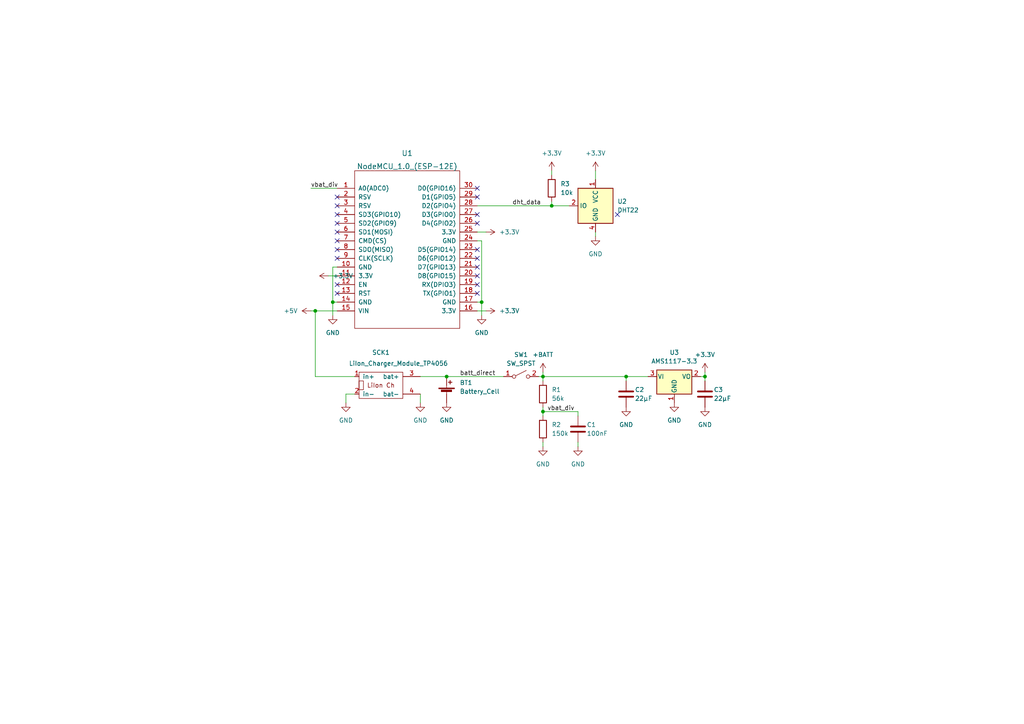
<source format=kicad_sch>
(kicad_sch (version 20211123) (generator eeschema)
  (paper "A4")
  (lib_symbols
    (symbol "Device:Battery_Cell" (pin_numbers hide) (pin_names (offset 0) hide)
      (property "Reference" "BT" (at 2.54 2.54 0))
      (property "Value" "Battery_Cell" (at 2.54 0 0))
      (symbol "Battery_Cell_0_1"
        (rectangle (start -2.286 1.778) (end 2.286 1.524) (fill (type outline)))
        (rectangle (start -1.5748 1.1938) (end 1.4732 0.6858) (fill (type outline)))
        (polyline (pts (xy 0 0.762) (xy 0 0)))
        (polyline (pts (xy 0 1.778) (xy 0 2.54)))
        (polyline (pts (xy 0.508 3.429) (xy 1.524 3.429)) (stroke (width 0.254)))
        (polyline (pts (xy 1.016 3.937) (xy 1.016 2.921)) (stroke (width 0.254)))
      )
      (symbol "Battery_Cell_1_1"
        (pin passive line (at 0 5.08 270) (length 2.54) (name "+") (number "1"))
        (pin passive line (at 0 -2.54 90) (length 2.54) (name "-") (number "2"))
      )
    )
    (symbol "Device:C" (pin_numbers hide) (pin_names (offset 0.254))
      (property "Reference" "C" (at 0.635 2.54 0))
      (property "Value" "C" (at 0.635 -2.54 0))
      (symbol "C_0_1"
        (polyline (pts (xy -2.032 -0.762) (xy 2.032 -0.762)) (stroke (width 0.508)))
        (polyline (pts (xy -2.032 0.762) (xy 2.032 0.762)) (stroke (width 0.508)))
      )
      (symbol "C_1_1"
        (pin passive line (at 0 3.81 270) (length 2.794) (name "~") (number "1"))
        (pin passive line (at 0 -3.81 90) (length 2.794) (name "~") (number "2"))
      )
    )
    (symbol "Device:R" (pin_numbers hide) (pin_names (offset 0))
      (property "Reference" "R" (at 2.032 0 90))
      (property "Value" "R" (at 0 0 90))
      (symbol "R_0_1"
        (rectangle (start -1.016 -2.54) (end 1.016 2.54) (stroke (width 0.254)))
      )
      (symbol "R_1_1"
        (pin passive line (at 0 3.81 270) (length 1.27) (name "~") (number "1"))
        (pin passive line (at 0 -3.81 90) (length 1.27) (name "~") (number "2"))
      )
    )
    (symbol "ESP8266:NodeMCU_1.0_(ESP-12E)" (pin_names (offset 1.016))
      (property "Reference" "U" (at 0 21.59 0))
      (property "Value" "NodeMCU_1.0_(ESP-12E)" (at 0 -21.59 0))
      (symbol "NodeMCU_1.0_(ESP-12E)_0_1"
        (rectangle (start -15.24 -22.86) (end 15.24 22.86))
      )
      (symbol "NodeMCU_1.0_(ESP-12E)_1_1"
        (pin input line (at -20.32 17.78 0) (length 5.08) (name "A0(ADC0)") (number "1"))
        (pin input line (at -20.32 -5.08 0) (length 5.08) (name "GND") (number "10"))
        (pin power_out line (at -20.32 -7.62 0) (length 5.08) (name "3.3V") (number "11"))
        (pin input line (at -20.32 -10.16 0) (length 5.08) (name "EN") (number "12"))
        (pin input line (at -20.32 -12.7 0) (length 5.08) (name "RST") (number "13"))
        (pin power_in line (at -20.32 -15.24 0) (length 5.08) (name "GND") (number "14"))
        (pin power_in line (at -20.32 -17.78 0) (length 5.08) (name "VIN") (number "15"))
        (pin power_out line (at 20.32 -17.78 180) (length 5.08) (name "3.3V") (number "16"))
        (pin power_in line (at 20.32 -15.24 180) (length 5.08) (name "GND") (number "17"))
        (pin bidirectional line (at 20.32 -12.7 180) (length 5.08) (name "TX(GPIO1)") (number "18"))
        (pin bidirectional line (at 20.32 -10.16 180) (length 5.08) (name "RX(DPIO3)") (number "19"))
        (pin input line (at -20.32 15.24 0) (length 5.08) (name "RSV") (number "2"))
        (pin bidirectional line (at 20.32 -7.62 180) (length 5.08) (name "D8(GPIO15)") (number "20"))
        (pin bidirectional line (at 20.32 -5.08 180) (length 5.08) (name "D7(GPIO13)") (number "21"))
        (pin bidirectional line (at 20.32 -2.54 180) (length 5.08) (name "D6(GPIO12)") (number "22"))
        (pin bidirectional line (at 20.32 0 180) (length 5.08) (name "D5(GPIO14)") (number "23"))
        (pin power_in line (at 20.32 2.54 180) (length 5.08) (name "GND") (number "24"))
        (pin power_out line (at 20.32 5.08 180) (length 5.08) (name "3.3V") (number "25"))
        (pin bidirectional line (at 20.32 7.62 180) (length 5.08) (name "D4(GPIO2)") (number "26"))
        (pin bidirectional line (at 20.32 10.16 180) (length 5.08) (name "D3(GPIO0)") (number "27"))
        (pin bidirectional line (at 20.32 12.7 180) (length 5.08) (name "D2(GPIO4)") (number "28"))
        (pin bidirectional line (at 20.32 15.24 180) (length 5.08) (name "D1(GPIO5)") (number "29"))
        (pin input line (at -20.32 12.7 0) (length 5.08) (name "RSV") (number "3"))
        (pin bidirectional line (at 20.32 17.78 180) (length 5.08) (name "D0(GPIO16)") (number "30"))
        (pin bidirectional line (at -20.32 10.16 0) (length 5.08) (name "SD3(GPIO10)") (number "4"))
        (pin bidirectional line (at -20.32 7.62 0) (length 5.08) (name "SD2(GPIO9)") (number "5"))
        (pin bidirectional line (at -20.32 5.08 0) (length 5.08) (name "SD1(MOSI)") (number "6"))
        (pin bidirectional line (at -20.32 2.54 0) (length 5.08) (name "CMD(CS)") (number "7"))
        (pin bidirectional line (at -20.32 0 0) (length 5.08) (name "SDO(MISO)") (number "8"))
        (pin bidirectional line (at -20.32 -2.54 0) (length 5.08) (name "CLK(SCLK)") (number "9"))
      )
    )
    (symbol "GND_1" (power) (pin_numbers hide) (pin_names (offset 0) hide)
      (property "Value" "GND_1" (at 0 -3.81 0))
      (symbol "GND_1_0_1"
        (polyline (pts (xy 0 0) (xy 0 -1.27) (xy 1.27 -1.27) (xy 0 -2.54) (xy -1.27 -1.27) (xy 0 -1.27)))
      )
      (symbol "GND_1_1_1"
        (pin power_in line (at 0 0 270) (length 0) hide (name "GND") (number "1"))
      )
    )
    (symbol "Regulator_Linear:AMS1117-3.3" (pin_names (offset 0.254))
      (property "Reference" "U" (at -3.81 3.175 0))
      (property "Value" "AMS1117-3.3" (at 0 3.175 0))
      (symbol "AMS1117-3.3_0_1"
        (rectangle (start -5.08 -5.08) (end 5.08 1.905) (stroke (width 0.254)) (fill (type background)))
      )
      (symbol "AMS1117-3.3_1_1"
        (pin power_in line (at 0 -7.62 90) (length 2.54) (name "GND") (number "1"))
        (pin power_out line (at 7.62 0 180) (length 2.54) (name "VO") (number "2"))
        (pin power_in line (at -7.62 0 0) (length 2.54) (name "VI") (number "3"))
      )
    )
    (symbol "Sensor:DHT11"
      (property "Reference" "U" (at -3.81 6.35 0))
      (property "Value" "DHT11" (at 3.81 6.35 0))
      (symbol "DHT11_0_1"
        (rectangle (start -5.08 5.08) (end 5.08 -5.08) (stroke (width 0.254)) (fill (type background)))
      )
      (symbol "DHT11_1_1"
        (pin power_in line (at 0 7.62 270) (length 2.54) (name "VCC") (number "1"))
        (pin bidirectional line (at 7.62 0 180) (length 2.54) (name "IO") (number "2"))
        (pin no_connect line (at -5.08 0 0) (length 2.54) hide (name "NC") (number "3"))
        (pin power_in line (at 0 -7.62 90) (length 2.54) (name "GND") (number "4"))
      )
    )
    (symbol "Switch:SW_SPST" (pin_names (offset 0) hide)
      (property "Reference" "SW" (at 0 3.175 0))
      (property "Value" "SW_SPST" (at 0 -2.54 0))
      (symbol "SW_SPST_0_0"
        (circle (center -2.032 0) (radius 0.508))
        (polyline (pts (xy -1.524 0.254) (xy 1.524 1.778)))
        (circle (center 2.032 0) (radius 0.508))
      )
      (symbol "SW_SPST_1_1"
        (pin passive line (at -5.08 0 0) (length 2.54) (name "A") (number "1"))
        (pin passive line (at 5.08 0 180) (length 2.54) (name "B") (number "2"))
      )
    )
    (symbol "g7_module_kicad6:LiIon_Charger_Module_TP4056" (pin_names (offset 1.016))
      (property "Reference" "SCK?" (at 1.905 8.255 0))
      (property "Value" "LiIon_Charger_Module_TP4056" (at 1.905 5.9436 0))
      (symbol "LiIon_Charger_Module_TP4056_0_0"
        (text "LiIon Ch" (at 0 0 0) (effects (font (size 1.27 1.27))))
      )
      (symbol "LiIon_Charger_Module_TP4056_0_1"
        (rectangle (start -6.35 1.27) (end -5.08 -1.27))
        (rectangle (start -6.35 3.81) (end 6.35 -3.81))
      )
      (symbol "LiIon_Charger_Module_TP4056_1_1"
        (pin power_in line (at -7.62 2.54 0) (length 1.27) (name "in+") (number "1"))
        (pin power_in line (at -7.62 -2.54 0) (length 1.27) (name "in-") (number "2"))
        (pin power_out line (at 11.43 2.54 180) (length 5.08) (name "bat+") (number "3"))
        (pin power_in line (at 11.43 -2.54 180) (length 5.08) (name "bat-") (number "4"))
      )
    )
    (symbol "power:+3.3V" (power) (pin_names (offset 0))
      (property "Value" "+3.3V" (at 0 3.556 0))
      (symbol "+3.3V_0_1"
        (polyline (pts (xy -0.762 1.27) (xy 0 2.54)))
        (polyline (pts (xy 0 0) (xy 0 2.54)))
        (polyline (pts (xy 0 2.54) (xy 0.762 1.27)))
      )
      (symbol "+3.3V_1_1"
        (pin power_in line (at 0 0 90) (length 0) hide (name "+3.3V") (number "1"))
      )
    )
    (symbol "power:+5V" (power) (pin_names (offset 0))
      (property "Value" "+5V" (at 0 3.556 0))
      (symbol "+5V_0_1"
        (polyline (pts (xy -0.762 1.27) (xy 0 2.54)))
        (polyline (pts (xy 0 0) (xy 0 2.54)))
        (polyline (pts (xy 0 2.54) (xy 0.762 1.27)))
      )
      (symbol "+5V_1_1"
        (pin power_in line (at 0 0 90) (length 0) hide (name "+5V") (number "1"))
      )
    )
    (symbol "power:+BATT" (power) (pin_names (offset 0))
      (property "Value" "+BATT" (at 0 3.556 0))
      (symbol "+BATT_0_1"
        (polyline (pts (xy -0.762 1.27) (xy 0 2.54)))
        (polyline (pts (xy 0 0) (xy 0 2.54)))
        (polyline (pts (xy 0 2.54) (xy 0.762 1.27)))
      )
      (symbol "+BATT_1_1"
        (pin power_in line (at 0 0 90) (length 0) hide (name "+BATT") (number "1"))
      )
    )
  )
  (junction (at 160.02 59.69))
  (junction (at 181.61 109.22))
  (junction (at 139.7 87.63))
  (junction (at 91.44 90.17))
  (junction (at 129.54 109.22))
  (junction (at 204.47 109.22))
  (junction (at 96.52 87.63))
  (junction (at 157.48 119.38))
  (junction (at 157.48 109.22))
  (no_connect (at 97.79 74.93))
  (no_connect (at 138.43 72.39))
  (no_connect (at 138.43 80.01))
  (no_connect (at 138.43 74.93))
  (no_connect (at 97.79 82.55))
  (no_connect (at 97.79 85.09))
  (no_connect (at 97.79 62.23))
  (no_connect (at 138.43 54.61))
  (no_connect (at 97.79 67.31))
  (no_connect (at 97.79 64.77))
  (no_connect (at 138.43 64.77))
  (no_connect (at 179.07 62.23))
  (no_connect (at 97.79 72.39))
  (no_connect (at 138.43 82.55))
  (no_connect (at 97.79 57.15))
  (no_connect (at 138.43 62.23))
  (no_connect (at 97.79 69.85))
  (no_connect (at 138.43 85.09))
  (no_connect (at 138.43 77.47))
  (no_connect (at 97.79 59.69))
  (no_connect (at 138.43 57.15))
  (wire (pts (xy 96.52 77.47) (xy 96.52 87.63)))
  (wire (pts (xy 121.92 116.84) (xy 121.92 114.3)))
  (wire (pts (xy 157.48 119.38) (xy 167.64 119.38)))
  (wire (pts (xy 138.43 87.63) (xy 139.7 87.63)))
  (wire (pts (xy 160.02 58.42) (xy 160.02 59.69)))
  (wire (pts (xy 157.48 109.22) (xy 157.48 110.49)))
  (wire (pts (xy 129.54 109.22) (xy 146.05 109.22)))
  (wire (pts (xy 138.43 69.85) (xy 139.7 69.85)))
  (wire (pts (xy 91.44 109.22) (xy 102.87 109.22)))
  (wire (pts (xy 160.02 49.53) (xy 160.02 50.8)))
  (wire (pts (xy 100.33 114.3) (xy 100.33 116.84)))
  (wire (pts (xy 97.79 77.47) (xy 96.52 77.47)))
  (wire (pts (xy 91.44 90.17) (xy 91.44 109.22)))
  (wire (pts (xy 157.48 107.95) (xy 157.48 109.22)))
  (wire (pts (xy 160.02 59.69) (xy 165.1 59.69)))
  (wire (pts (xy 96.52 87.63) (xy 97.79 87.63)))
  (wire (pts (xy 96.52 87.63) (xy 96.52 91.44)))
  (wire (pts (xy 139.7 69.85) (xy 139.7 87.63)))
  (wire (pts (xy 157.48 118.11) (xy 157.48 119.38)))
  (wire (pts (xy 172.72 67.31) (xy 172.72 68.58)))
  (wire (pts (xy 156.21 109.22) (xy 157.48 109.22)))
  (wire (pts (xy 138.43 59.69) (xy 160.02 59.69)))
  (wire (pts (xy 102.87 114.3) (xy 100.33 114.3)))
  (wire (pts (xy 95.25 80.01) (xy 97.79 80.01)))
  (wire (pts (xy 204.47 107.95) (xy 204.47 109.22)))
  (wire (pts (xy 121.92 109.22) (xy 129.54 109.22)))
  (wire (pts (xy 157.48 128.27) (xy 157.48 129.54)))
  (wire (pts (xy 139.7 87.63) (xy 139.7 91.44)))
  (wire (pts (xy 138.43 90.17) (xy 140.97 90.17)))
  (wire (pts (xy 167.64 119.38) (xy 167.64 120.65)))
  (wire (pts (xy 203.2 109.22) (xy 204.47 109.22)))
  (wire (pts (xy 181.61 109.22) (xy 187.96 109.22)))
  (wire (pts (xy 138.43 67.31) (xy 140.97 67.31)))
  (wire (pts (xy 157.48 109.22) (xy 181.61 109.22)))
  (wire (pts (xy 91.44 90.17) (xy 97.79 90.17)))
  (wire (pts (xy 90.17 54.61) (xy 97.79 54.61)))
  (wire (pts (xy 204.47 109.22) (xy 204.47 110.49)))
  (wire (pts (xy 167.64 128.27) (xy 167.64 129.54)))
  (wire (pts (xy 172.72 49.53) (xy 172.72 52.07)))
  (wire (pts (xy 157.48 119.38) (xy 157.48 120.65)))
  (wire (pts (xy 90.17 90.17) (xy 91.44 90.17)))
  (wire (pts (xy 181.61 109.22) (xy 181.61 110.49)))
  (label "batt_direct" (at 133.35 109.22 0))
  (label "vbat_div" (at 90.17 54.61 0))
  (label "dht_data" (at 148.59 59.69 0))
  (label "vbat_div" (at 158.75 119.38 0))
  (symbol (lib_id "power:+3.3V") (at 95.25 80.01 90) (unit 1)
    (property "Reference" "#PWR02" (effects hide))
    (property "Value" "+3.3V" (at 96.52 80.0099 90) (effects (justify right)))
  )
  (symbol (lib_name "GND_1") (lib_id "power:GND") (at 172.72 68.58 0) (unit 1)
    (property "Reference" "#PWR015" (effects hide))
    (property "Value" "GND" (at 172.72 73.66 0))
  )
  (symbol (lib_id "power:+3.3V") (at 204.47 107.95 0) (unit 1)
    (property "Reference" "#PWR018" (effects hide))
    (property "Value" "+3.3V" (at 204.47 102.87 0))
  )
  (symbol (lib_name "GND_1") (lib_id "power:GND") (at 195.58 116.84 0) (unit 1)
    (property "Reference" "#PWR017" (effects hide))
    (property "Value" "GND" (at 195.58 121.92 0))
  )
  (symbol (lib_name "GND_1") (lib_id "power:GND") (at 96.52 91.44 0) (unit 1)
    (property "Reference" "#PWR03" (effects hide))
    (property "Value" "GND" (at 96.52 96.52 0))
  )
  (symbol (lib_name "GND_1") (lib_id "power:GND") (at 204.47 118.11 0) (unit 1)
    (property "Reference" "#PWR019" (effects hide))
    (property "Value" "GND" (at 204.47 123.19 0))
  )
  (symbol (lib_id "Device:R") (at 157.48 124.46 0) (unit 1)
    (property "Reference" "R2" (at 160.02 123.1899 0) (effects (justify left)))
    (property "Value" "150k" (at 160.02 125.7299 0) (effects (justify left)))
    (property "Footprint" "Resistor_THT:R_Axial_DIN0309_L9.0mm_D3.2mm_P2.54mm_Vertical" (effects hide))
  )
  (symbol (lib_name "GND_1") (lib_id "power:GND") (at 100.33 116.84 0) (unit 1)
    (property "Reference" "#PWR04" (effects hide))
    (property "Value" "GND" (at 100.33 121.92 0))
  )
  (symbol (lib_id "Regulator_Linear:AMS1117-3.3") (at 195.58 109.22 0) (unit 1)
    (property "Reference" "U3" (at 195.58 102.235 0))
    (property "Value" "AMS1117-3.3" (at 195.58 104.775 0))
    (property "Footprint" "Package_TO_SOT_SMD:SOT-223-3_TabPin2" (effects hide))
    (property "Datasheet" "http://www.advanced-monolithic.com/pdf/ds1117.pdf" (effects hide))
  )
  (symbol (lib_id "power:+3.3V") (at 172.72 49.53 0) (unit 1)
    (property "Reference" "#PWR014" (effects hide))
    (property "Value" "+3.3V" (at 172.72 44.45 0))
  )
  (symbol (lib_name "GND_1") (lib_id "power:GND") (at 157.48 129.54 0) (unit 1)
    (property "Reference" "#PWR011" (effects hide))
    (property "Value" "GND" (at 157.48 134.62 0))
  )
  (symbol (lib_id "Sensor:DHT11") (at 172.72 59.69 0) (mirror y) (unit 1)
    (property "Reference" "U2" (at 179.07 58.4199 0) (effects (justify right)))
    (property "Value" "DHT22" (at 179.07 60.9599 0) (effects (justify right)))
    (property "Footprint" "Sensor:Aosong_DHT11_5.5x12.0_P2.54mm" (effects hide))
    (property "Datasheet" "http://akizukidenshi.com/download/ds/aosong/DHT11.pdf" (effects hide))
  )
  (symbol (lib_name "GND_1") (lib_id "power:GND") (at 167.64 129.54 0) (unit 1)
    (property "Reference" "#PWR013" (effects hide))
    (property "Value" "GND" (at 167.64 134.62 0))
  )
  (symbol (lib_name "GND_1") (lib_id "power:GND") (at 121.92 116.84 0) (unit 1)
    (property "Reference" "#PWR05" (effects hide))
    (property "Value" "GND" (at 121.92 121.92 0))
  )
  (symbol (lib_id "Device:R") (at 160.02 54.61 0) (unit 1)
    (property "Reference" "R3" (at 162.56 53.3399 0) (effects (justify left)))
    (property "Value" "10k" (at 162.56 55.8799 0) (effects (justify left)))
    (property "Footprint" "Resistor_THT:R_Axial_DIN0309_L9.0mm_D3.2mm_P2.54mm_Vertical" (effects hide))
  )
  (symbol (lib_id "power:+3.3V") (at 140.97 67.31 270) (unit 1)
    (property "Reference" "#PWR08" (effects hide))
    (property "Value" "+3.3V" (at 144.78 67.3099 90) (effects (justify left)))
  )
  (symbol (lib_name "GND_1") (lib_id "power:GND") (at 139.7 91.44 0) (unit 1)
    (property "Reference" "#PWR07" (effects hide))
    (property "Value" "GND" (at 139.7 96.52 0))
  )
  (symbol (lib_id "Device:R") (at 157.48 114.3 0) (unit 1)
    (property "Reference" "R1" (at 160.02 113.0299 0) (effects (justify left)))
    (property "Value" "56k" (at 160.02 115.5699 0) (effects (justify left)))
    (property "Footprint" "Resistor_THT:R_Axial_DIN0309_L9.0mm_D3.2mm_P2.54mm_Vertical" (effects hide))
  )
  (symbol (lib_id "Device:C") (at 167.64 124.46 0) (unit 1)
    (property "Reference" "C1" (at 170.18 123.19 0) (effects (justify left)))
    (property "Value" "100nF" (at 170.18 125.73 0) (effects (justify left)))
    (property "Footprint" "Capacitor_SMD:C_0201_0603Metric_Pad0.64x0.40mm_HandSolder" (effects hide))
  )
  (symbol (lib_id "ESP8266:NodeMCU_1.0_(ESP-12E)") (at 118.11 72.39 0) (unit 1)
    (property "Reference" "U1" (at 118.11 44.45 0) (effects (font (size 1.524 1.524))))
    (property "Value" "NodeMCU_1.0_(ESP-12E)" (at 118.11 48.26 0) (effects (font (size 1.524 1.524))))
    (property "Footprint" "g7_modules:NodeMCU1.0(12-E)" (effects hide))
  )
  (symbol (lib_id "Device:C") (at 181.61 114.3 0) (unit 1)
    (property "Reference" "C2" (at 184.15 113.03 0) (effects (justify left)))
    (property "Value" "22µF" (at 184.15 115.57 0) (effects (justify left)))
    (property "Footprint" "Capacitor_SMD:C_1210_3225Metric_Pad1.33x2.70mm_HandSolder" (effects hide))
  )
  (symbol (lib_id "Device:Battery_Cell") (at 129.54 114.3 0) (unit 1)
    (property "Reference" "BT1" (at 133.35 110.9979 0) (effects (justify left)))
    (property "Value" "Battery_Cell" (at 133.35 113.5379 0) (effects (justify left)))
  )
  (symbol (lib_name "GND_1") (lib_id "power:GND") (at 129.54 116.84 0) (unit 1)
    (property "Reference" "#PWR06" (effects hide))
    (property "Value" "GND" (at 129.54 121.92 0))
  )
  (symbol (lib_id "g7_module_kicad6:LiIon_Charger_Module_TP4056") (at 110.49 111.76 0) (unit 1)
    (property "Reference" "SCK1" (at 110.49 102.235 0))
    (property "Value" "LiIon_Charger_Module_TP4056" (at 115.57 105.41 0))
    (property "Datasheet" "$G7_DATASHEETS/Module/charger_TP4056_Mini-USB_Datenblatt_AZ-Delivery_Vertriebs_GmbH.pdf" (effects hide))
  )
  (symbol (lib_id "power:+BATT") (at 157.48 107.95 0) (unit 1)
    (property "Reference" "#PWR010" (effects hide))
    (property "Value" "+BATT" (at 157.48 102.87 0))
  )
  (symbol (lib_id "power:+5V") (at 90.17 90.17 90) (unit 1)
    (property "Reference" "#PWR01" (effects hide))
    (property "Value" "+5V" (at 86.36 90.1699 90) (effects (justify left)))
  )
  (symbol (lib_id "power:+3.3V") (at 140.97 90.17 270) (unit 1)
    (property "Reference" "#PWR09" (effects hide))
    (property "Value" "+3.3V" (at 144.78 90.1699 90) (effects (justify left)))
  )
  (symbol (lib_id "Switch:SW_SPST") (at 151.13 109.22 0) (unit 1)
    (property "Reference" "SW1" (at 151.13 102.87 0))
    (property "Value" "SW_SPST" (at 151.13 105.41 0))
  )
  (symbol (lib_name "GND_1") (lib_id "power:GND") (at 181.61 118.11 0) (unit 1)
    (property "Reference" "#PWR016" (effects hide))
    (property "Value" "GND" (at 181.61 123.19 0))
  )
  (symbol (lib_id "Device:C") (at 204.47 114.3 0) (unit 1)
    (property "Reference" "C3" (at 207.01 113.03 0) (effects (justify left)))
    (property "Value" "22µF" (at 207.01 115.57 0) (effects (justify left)))
    (property "Footprint" "Capacitor_SMD:C_1210_3225Metric_Pad1.33x2.70mm_HandSolder" (effects hide))
  )
  (symbol (lib_id "power:+3.3V") (at 160.02 49.53 0) (unit 1)
    (property "Reference" "#PWR012" (effects hide))
    (property "Value" "+3.3V" (at 160.02 44.45 0))
  )
)
</source>
